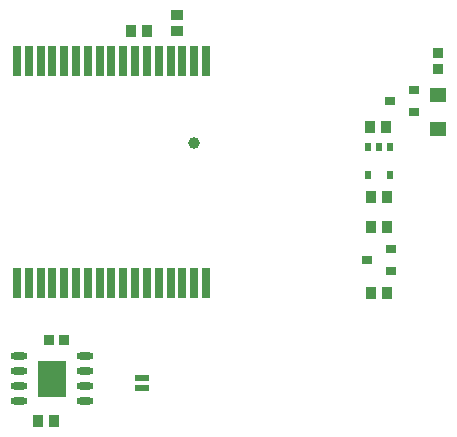
<source format=gbp>
G04*
G04 #@! TF.GenerationSoftware,Altium Limited,Altium Designer,21.0.8 (223)*
G04*
G04 Layer_Color=128*
%FSLAX44Y44*%
%MOMM*%
G71*
G04*
G04 #@! TF.SameCoordinates,7CDD385B-C779-46FA-83BF-CCD77B293E39*
G04*
G04*
G04 #@! TF.FilePolarity,Positive*
G04*
G01*
G75*
%ADD16R,1.0000X0.9000*%
%ADD19R,0.9000X1.0000*%
%ADD21R,0.9500X0.8500*%
%ADD24R,0.9000X0.8000*%
%ADD91R,0.5500X0.8000*%
%ADD92R,1.4000X1.3000*%
%ADD93R,1.3000X0.5300*%
%ADD94R,0.6500X2.5400*%
%ADD95C,1.0000*%
%ADD96O,1.4500X0.6000*%
%ADD97R,2.4100X3.1000*%
%ADD98R,0.8500X0.9500*%
D16*
X-57150Y120250D02*
D03*
Y133750D02*
D03*
D19*
X107550Y-45720D02*
D03*
X121050D02*
D03*
Y-20320D02*
D03*
X107550D02*
D03*
X107150Y-101600D02*
D03*
X120650D02*
D03*
X106280Y39370D02*
D03*
X119780D02*
D03*
X-82550Y120650D02*
D03*
X-96050D02*
D03*
X-174390Y-209550D02*
D03*
X-160890D02*
D03*
D21*
X163830Y101600D02*
D03*
Y88600D02*
D03*
D24*
X104300Y-73660D02*
D03*
X124300Y-83160D02*
D03*
Y-64160D02*
D03*
X143350Y70460D02*
D03*
Y51460D02*
D03*
X123350Y60960D02*
D03*
D91*
X123800Y-1840D02*
D03*
Y22160D02*
D03*
X104800D02*
D03*
Y-1840D02*
D03*
X114300Y22160D02*
D03*
D92*
X163830Y37570D02*
D03*
Y66570D02*
D03*
D93*
X-86360Y-173800D02*
D03*
Y-181800D02*
D03*
D94*
X-32400Y95250D02*
D03*
Y-93150D02*
D03*
X-182400Y95250D02*
D03*
X-172400D02*
D03*
X-162400D02*
D03*
X-152400D02*
D03*
X-142400D02*
D03*
X-132400D02*
D03*
X-122400D02*
D03*
X-112400D02*
D03*
X-102400D02*
D03*
X-72400D02*
D03*
X-62400D02*
D03*
X-52400D02*
D03*
X-42400D02*
D03*
Y-93150D02*
D03*
X-52400D02*
D03*
X-62400D02*
D03*
X-72400D02*
D03*
X-82400D02*
D03*
X-102400D02*
D03*
X-112400D02*
D03*
X-122400D02*
D03*
X-132400D02*
D03*
X-142400D02*
D03*
X-152400D02*
D03*
X-162400D02*
D03*
X-172400D02*
D03*
X-182400D02*
D03*
X-82400Y95250D02*
D03*
X-192400Y-93150D02*
D03*
X-92400D02*
D03*
X-192400Y95250D02*
D03*
X-92400D02*
D03*
D95*
X-42900Y25400D02*
D03*
D96*
X-134810Y-154940D02*
D03*
Y-167640D02*
D03*
Y-180340D02*
D03*
Y-193040D02*
D03*
X-190310Y-167640D02*
D03*
Y-180340D02*
D03*
Y-193040D02*
D03*
Y-154940D02*
D03*
D97*
X-162560Y-173990D02*
D03*
D98*
X-165250Y-140970D02*
D03*
X-152250D02*
D03*
M02*

</source>
